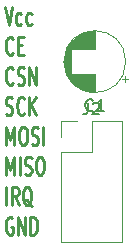
<source format=gto>
G04 #@! TF.GenerationSoftware,KiCad,Pcbnew,5.0.2+dfsg1-1~bpo9+1*
G04 #@! TF.CreationDate,2019-06-18T09:33:43+01:00*
G04 #@! TF.ProjectId,nrf24l01,6e726632-346c-4303-912e-6b696361645f,rev?*
G04 #@! TF.SameCoordinates,Original*
G04 #@! TF.FileFunction,Legend,Top*
G04 #@! TF.FilePolarity,Positive*
%FSLAX46Y46*%
G04 Gerber Fmt 4.6, Leading zero omitted, Abs format (unit mm)*
G04 Created by KiCad (PCBNEW 5.0.2+dfsg1-1~bpo9+1) date Tue 18 Jun 2019 09:33:43 IST*
%MOMM*%
%LPD*%
G01*
G04 APERTURE LIST*
%ADD10C,0.250000*%
%ADD11C,0.120000*%
%ADD12C,0.150000*%
G04 APERTURE END LIST*
D10*
X130464404Y-74180000D02*
X130369166Y-74108571D01*
X130226309Y-74108571D01*
X130083452Y-74180000D01*
X129988214Y-74322857D01*
X129940595Y-74465714D01*
X129892976Y-74751428D01*
X129892976Y-74965714D01*
X129940595Y-75251428D01*
X129988214Y-75394285D01*
X130083452Y-75537142D01*
X130226309Y-75608571D01*
X130321547Y-75608571D01*
X130464404Y-75537142D01*
X130512023Y-75465714D01*
X130512023Y-74965714D01*
X130321547Y-74965714D01*
X130940595Y-75608571D02*
X130940595Y-74108571D01*
X131512023Y-75608571D01*
X131512023Y-74108571D01*
X131988214Y-75608571D02*
X131988214Y-74108571D01*
X132226309Y-74108571D01*
X132369166Y-74180000D01*
X132464404Y-74322857D01*
X132512023Y-74465714D01*
X132559642Y-74751428D01*
X132559642Y-74965714D01*
X132512023Y-75251428D01*
X132464404Y-75394285D01*
X132369166Y-75537142D01*
X132226309Y-75608571D01*
X131988214Y-75608571D01*
X129940595Y-73068571D02*
X129940595Y-71568571D01*
X130988214Y-73068571D02*
X130654880Y-72354285D01*
X130416785Y-73068571D02*
X130416785Y-71568571D01*
X130797738Y-71568571D01*
X130892976Y-71640000D01*
X130940595Y-71711428D01*
X130988214Y-71854285D01*
X130988214Y-72068571D01*
X130940595Y-72211428D01*
X130892976Y-72282857D01*
X130797738Y-72354285D01*
X130416785Y-72354285D01*
X132083452Y-73211428D02*
X131988214Y-73140000D01*
X131892976Y-72997142D01*
X131750119Y-72782857D01*
X131654880Y-72711428D01*
X131559642Y-72711428D01*
X131607261Y-73068571D02*
X131512023Y-72997142D01*
X131416785Y-72854285D01*
X131369166Y-72568571D01*
X131369166Y-72068571D01*
X131416785Y-71782857D01*
X131512023Y-71640000D01*
X131607261Y-71568571D01*
X131797738Y-71568571D01*
X131892976Y-71640000D01*
X131988214Y-71782857D01*
X132035833Y-72068571D01*
X132035833Y-72568571D01*
X131988214Y-72854285D01*
X131892976Y-72997142D01*
X131797738Y-73068571D01*
X131607261Y-73068571D01*
X129940595Y-70528571D02*
X129940595Y-69028571D01*
X130273928Y-70100000D01*
X130607261Y-69028571D01*
X130607261Y-70528571D01*
X131083452Y-70528571D02*
X131083452Y-69028571D01*
X131512023Y-70457142D02*
X131654880Y-70528571D01*
X131892976Y-70528571D01*
X131988214Y-70457142D01*
X132035833Y-70385714D01*
X132083452Y-70242857D01*
X132083452Y-70100000D01*
X132035833Y-69957142D01*
X131988214Y-69885714D01*
X131892976Y-69814285D01*
X131702500Y-69742857D01*
X131607261Y-69671428D01*
X131559642Y-69600000D01*
X131512023Y-69457142D01*
X131512023Y-69314285D01*
X131559642Y-69171428D01*
X131607261Y-69100000D01*
X131702500Y-69028571D01*
X131940595Y-69028571D01*
X132083452Y-69100000D01*
X132702500Y-69028571D02*
X132892976Y-69028571D01*
X132988214Y-69100000D01*
X133083452Y-69242857D01*
X133131071Y-69528571D01*
X133131071Y-70028571D01*
X133083452Y-70314285D01*
X132988214Y-70457142D01*
X132892976Y-70528571D01*
X132702500Y-70528571D01*
X132607261Y-70457142D01*
X132512023Y-70314285D01*
X132464404Y-70028571D01*
X132464404Y-69528571D01*
X132512023Y-69242857D01*
X132607261Y-69100000D01*
X132702500Y-69028571D01*
X129940595Y-67988571D02*
X129940595Y-66488571D01*
X130273928Y-67560000D01*
X130607261Y-66488571D01*
X130607261Y-67988571D01*
X131273928Y-66488571D02*
X131464404Y-66488571D01*
X131559642Y-66560000D01*
X131654880Y-66702857D01*
X131702500Y-66988571D01*
X131702500Y-67488571D01*
X131654880Y-67774285D01*
X131559642Y-67917142D01*
X131464404Y-67988571D01*
X131273928Y-67988571D01*
X131178690Y-67917142D01*
X131083452Y-67774285D01*
X131035833Y-67488571D01*
X131035833Y-66988571D01*
X131083452Y-66702857D01*
X131178690Y-66560000D01*
X131273928Y-66488571D01*
X132083452Y-67917142D02*
X132226309Y-67988571D01*
X132464404Y-67988571D01*
X132559642Y-67917142D01*
X132607261Y-67845714D01*
X132654880Y-67702857D01*
X132654880Y-67560000D01*
X132607261Y-67417142D01*
X132559642Y-67345714D01*
X132464404Y-67274285D01*
X132273928Y-67202857D01*
X132178690Y-67131428D01*
X132131071Y-67060000D01*
X132083452Y-66917142D01*
X132083452Y-66774285D01*
X132131071Y-66631428D01*
X132178690Y-66560000D01*
X132273928Y-66488571D01*
X132512023Y-66488571D01*
X132654880Y-66560000D01*
X133083452Y-67988571D02*
X133083452Y-66488571D01*
X129892976Y-65377142D02*
X130035833Y-65448571D01*
X130273928Y-65448571D01*
X130369166Y-65377142D01*
X130416785Y-65305714D01*
X130464404Y-65162857D01*
X130464404Y-65020000D01*
X130416785Y-64877142D01*
X130369166Y-64805714D01*
X130273928Y-64734285D01*
X130083452Y-64662857D01*
X129988214Y-64591428D01*
X129940595Y-64520000D01*
X129892976Y-64377142D01*
X129892976Y-64234285D01*
X129940595Y-64091428D01*
X129988214Y-64020000D01*
X130083452Y-63948571D01*
X130321547Y-63948571D01*
X130464404Y-64020000D01*
X131464404Y-65305714D02*
X131416785Y-65377142D01*
X131273928Y-65448571D01*
X131178690Y-65448571D01*
X131035833Y-65377142D01*
X130940595Y-65234285D01*
X130892976Y-65091428D01*
X130845357Y-64805714D01*
X130845357Y-64591428D01*
X130892976Y-64305714D01*
X130940595Y-64162857D01*
X131035833Y-64020000D01*
X131178690Y-63948571D01*
X131273928Y-63948571D01*
X131416785Y-64020000D01*
X131464404Y-64091428D01*
X131892976Y-65448571D02*
X131892976Y-63948571D01*
X132464404Y-65448571D02*
X132035833Y-64591428D01*
X132464404Y-63948571D02*
X131892976Y-64805714D01*
X130512023Y-62765714D02*
X130464404Y-62837142D01*
X130321547Y-62908571D01*
X130226309Y-62908571D01*
X130083452Y-62837142D01*
X129988214Y-62694285D01*
X129940595Y-62551428D01*
X129892976Y-62265714D01*
X129892976Y-62051428D01*
X129940595Y-61765714D01*
X129988214Y-61622857D01*
X130083452Y-61480000D01*
X130226309Y-61408571D01*
X130321547Y-61408571D01*
X130464404Y-61480000D01*
X130512023Y-61551428D01*
X130892976Y-62837142D02*
X131035833Y-62908571D01*
X131273928Y-62908571D01*
X131369166Y-62837142D01*
X131416785Y-62765714D01*
X131464404Y-62622857D01*
X131464404Y-62480000D01*
X131416785Y-62337142D01*
X131369166Y-62265714D01*
X131273928Y-62194285D01*
X131083452Y-62122857D01*
X130988214Y-62051428D01*
X130940595Y-61980000D01*
X130892976Y-61837142D01*
X130892976Y-61694285D01*
X130940595Y-61551428D01*
X130988214Y-61480000D01*
X131083452Y-61408571D01*
X131321547Y-61408571D01*
X131464404Y-61480000D01*
X131892976Y-62908571D02*
X131892976Y-61408571D01*
X132464404Y-62908571D01*
X132464404Y-61408571D01*
X130512023Y-60225714D02*
X130464404Y-60297142D01*
X130321547Y-60368571D01*
X130226309Y-60368571D01*
X130083452Y-60297142D01*
X129988214Y-60154285D01*
X129940595Y-60011428D01*
X129892976Y-59725714D01*
X129892976Y-59511428D01*
X129940595Y-59225714D01*
X129988214Y-59082857D01*
X130083452Y-58940000D01*
X130226309Y-58868571D01*
X130321547Y-58868571D01*
X130464404Y-58940000D01*
X130512023Y-59011428D01*
X130940595Y-59582857D02*
X131273928Y-59582857D01*
X131416785Y-60368571D02*
X130940595Y-60368571D01*
X130940595Y-58868571D01*
X131416785Y-58868571D01*
X129797738Y-56328571D02*
X130131071Y-57828571D01*
X130464404Y-56328571D01*
X131226309Y-57757142D02*
X131131071Y-57828571D01*
X130940595Y-57828571D01*
X130845357Y-57757142D01*
X130797738Y-57685714D01*
X130750119Y-57542857D01*
X130750119Y-57114285D01*
X130797738Y-56971428D01*
X130845357Y-56900000D01*
X130940595Y-56828571D01*
X131131071Y-56828571D01*
X131226309Y-56900000D01*
X132083452Y-57757142D02*
X131988214Y-57828571D01*
X131797738Y-57828571D01*
X131702500Y-57757142D01*
X131654880Y-57685714D01*
X131607261Y-57542857D01*
X131607261Y-57114285D01*
X131654880Y-56971428D01*
X131702500Y-56900000D01*
X131797738Y-56828571D01*
X131988214Y-56828571D01*
X132083452Y-56900000D01*
D11*
G04 #@! TO.C,C1*
X140050000Y-60960000D02*
G75*
G03X140050000Y-60960000I-2620000J0D01*
G01*
X137430000Y-59920000D02*
X137430000Y-58380000D01*
X137430000Y-63540000D02*
X137430000Y-62000000D01*
X137390000Y-59920000D02*
X137390000Y-58380000D01*
X137390000Y-63540000D02*
X137390000Y-62000000D01*
X137350000Y-63539000D02*
X137350000Y-62000000D01*
X137350000Y-59920000D02*
X137350000Y-58381000D01*
X137310000Y-63538000D02*
X137310000Y-62000000D01*
X137310000Y-59920000D02*
X137310000Y-58382000D01*
X137270000Y-63536000D02*
X137270000Y-62000000D01*
X137270000Y-59920000D02*
X137270000Y-58384000D01*
X137230000Y-63533000D02*
X137230000Y-62000000D01*
X137230000Y-59920000D02*
X137230000Y-58387000D01*
X137190000Y-63529000D02*
X137190000Y-62000000D01*
X137190000Y-59920000D02*
X137190000Y-58391000D01*
X137150000Y-63525000D02*
X137150000Y-62000000D01*
X137150000Y-59920000D02*
X137150000Y-58395000D01*
X137110000Y-63521000D02*
X137110000Y-62000000D01*
X137110000Y-59920000D02*
X137110000Y-58399000D01*
X137070000Y-63516000D02*
X137070000Y-62000000D01*
X137070000Y-59920000D02*
X137070000Y-58404000D01*
X137030000Y-63510000D02*
X137030000Y-62000000D01*
X137030000Y-59920000D02*
X137030000Y-58410000D01*
X136990000Y-63503000D02*
X136990000Y-62000000D01*
X136990000Y-59920000D02*
X136990000Y-58417000D01*
X136950000Y-63496000D02*
X136950000Y-62000000D01*
X136950000Y-59920000D02*
X136950000Y-58424000D01*
X136910000Y-63488000D02*
X136910000Y-62000000D01*
X136910000Y-59920000D02*
X136910000Y-58432000D01*
X136870000Y-63480000D02*
X136870000Y-62000000D01*
X136870000Y-59920000D02*
X136870000Y-58440000D01*
X136830000Y-63471000D02*
X136830000Y-62000000D01*
X136830000Y-59920000D02*
X136830000Y-58449000D01*
X136790000Y-63461000D02*
X136790000Y-62000000D01*
X136790000Y-59920000D02*
X136790000Y-58459000D01*
X136750000Y-63451000D02*
X136750000Y-62000000D01*
X136750000Y-59920000D02*
X136750000Y-58469000D01*
X136709000Y-63440000D02*
X136709000Y-62000000D01*
X136709000Y-59920000D02*
X136709000Y-58480000D01*
X136669000Y-63428000D02*
X136669000Y-62000000D01*
X136669000Y-59920000D02*
X136669000Y-58492000D01*
X136629000Y-63415000D02*
X136629000Y-62000000D01*
X136629000Y-59920000D02*
X136629000Y-58505000D01*
X136589000Y-63402000D02*
X136589000Y-62000000D01*
X136589000Y-59920000D02*
X136589000Y-58518000D01*
X136549000Y-63388000D02*
X136549000Y-62000000D01*
X136549000Y-59920000D02*
X136549000Y-58532000D01*
X136509000Y-63374000D02*
X136509000Y-62000000D01*
X136509000Y-59920000D02*
X136509000Y-58546000D01*
X136469000Y-63358000D02*
X136469000Y-62000000D01*
X136469000Y-59920000D02*
X136469000Y-58562000D01*
X136429000Y-63342000D02*
X136429000Y-62000000D01*
X136429000Y-59920000D02*
X136429000Y-58578000D01*
X136389000Y-63325000D02*
X136389000Y-62000000D01*
X136389000Y-59920000D02*
X136389000Y-58595000D01*
X136349000Y-63308000D02*
X136349000Y-62000000D01*
X136349000Y-59920000D02*
X136349000Y-58612000D01*
X136309000Y-63289000D02*
X136309000Y-62000000D01*
X136309000Y-59920000D02*
X136309000Y-58631000D01*
X136269000Y-63270000D02*
X136269000Y-62000000D01*
X136269000Y-59920000D02*
X136269000Y-58650000D01*
X136229000Y-63250000D02*
X136229000Y-62000000D01*
X136229000Y-59920000D02*
X136229000Y-58670000D01*
X136189000Y-63228000D02*
X136189000Y-62000000D01*
X136189000Y-59920000D02*
X136189000Y-58692000D01*
X136149000Y-63207000D02*
X136149000Y-62000000D01*
X136149000Y-59920000D02*
X136149000Y-58713000D01*
X136109000Y-63184000D02*
X136109000Y-62000000D01*
X136109000Y-59920000D02*
X136109000Y-58736000D01*
X136069000Y-63160000D02*
X136069000Y-62000000D01*
X136069000Y-59920000D02*
X136069000Y-58760000D01*
X136029000Y-63135000D02*
X136029000Y-62000000D01*
X136029000Y-59920000D02*
X136029000Y-58785000D01*
X135989000Y-63109000D02*
X135989000Y-62000000D01*
X135989000Y-59920000D02*
X135989000Y-58811000D01*
X135949000Y-63082000D02*
X135949000Y-62000000D01*
X135949000Y-59920000D02*
X135949000Y-58838000D01*
X135909000Y-63055000D02*
X135909000Y-62000000D01*
X135909000Y-59920000D02*
X135909000Y-58865000D01*
X135869000Y-63025000D02*
X135869000Y-62000000D01*
X135869000Y-59920000D02*
X135869000Y-58895000D01*
X135829000Y-62995000D02*
X135829000Y-62000000D01*
X135829000Y-59920000D02*
X135829000Y-58925000D01*
X135789000Y-62964000D02*
X135789000Y-62000000D01*
X135789000Y-59920000D02*
X135789000Y-58956000D01*
X135749000Y-62931000D02*
X135749000Y-62000000D01*
X135749000Y-59920000D02*
X135749000Y-58989000D01*
X135709000Y-62897000D02*
X135709000Y-62000000D01*
X135709000Y-59920000D02*
X135709000Y-59023000D01*
X135669000Y-62861000D02*
X135669000Y-62000000D01*
X135669000Y-59920000D02*
X135669000Y-59059000D01*
X135629000Y-62824000D02*
X135629000Y-62000000D01*
X135629000Y-59920000D02*
X135629000Y-59096000D01*
X135589000Y-62786000D02*
X135589000Y-62000000D01*
X135589000Y-59920000D02*
X135589000Y-59134000D01*
X135549000Y-62745000D02*
X135549000Y-62000000D01*
X135549000Y-59920000D02*
X135549000Y-59175000D01*
X135509000Y-62703000D02*
X135509000Y-62000000D01*
X135509000Y-59920000D02*
X135509000Y-59217000D01*
X135469000Y-62659000D02*
X135469000Y-62000000D01*
X135469000Y-59920000D02*
X135469000Y-59261000D01*
X135429000Y-62613000D02*
X135429000Y-62000000D01*
X135429000Y-59920000D02*
X135429000Y-59307000D01*
X135389000Y-62565000D02*
X135389000Y-59355000D01*
X135349000Y-62514000D02*
X135349000Y-59406000D01*
X135309000Y-62460000D02*
X135309000Y-59460000D01*
X135269000Y-62403000D02*
X135269000Y-59517000D01*
X135229000Y-62343000D02*
X135229000Y-59577000D01*
X135189000Y-62279000D02*
X135189000Y-59641000D01*
X135149000Y-62211000D02*
X135149000Y-59709000D01*
X135109000Y-62138000D02*
X135109000Y-59782000D01*
X135069000Y-62058000D02*
X135069000Y-59862000D01*
X135029000Y-61971000D02*
X135029000Y-59949000D01*
X134989000Y-61875000D02*
X134989000Y-60045000D01*
X134949000Y-61765000D02*
X134949000Y-60155000D01*
X134909000Y-61637000D02*
X134909000Y-60283000D01*
X134869000Y-61478000D02*
X134869000Y-60442000D01*
X134829000Y-61244000D02*
X134829000Y-60676000D01*
X140234775Y-62435000D02*
X139734775Y-62435000D01*
X139984775Y-62685000D02*
X139984775Y-62185000D01*
G04 #@! TO.C,J2*
X134560000Y-76260000D02*
X139760000Y-76260000D01*
X134560000Y-68580000D02*
X134560000Y-76260000D01*
X139760000Y-65980000D02*
X139760000Y-76260000D01*
X134560000Y-68580000D02*
X137160000Y-68580000D01*
X137160000Y-68580000D02*
X137160000Y-65980000D01*
X137160000Y-65980000D02*
X139760000Y-65980000D01*
X134560000Y-67310000D02*
X134560000Y-65980000D01*
X134560000Y-65980000D02*
X135890000Y-65980000D01*
G04 #@! TO.C,C1*
D12*
X137263333Y-65067142D02*
X137215714Y-65114761D01*
X137072857Y-65162380D01*
X136977619Y-65162380D01*
X136834761Y-65114761D01*
X136739523Y-65019523D01*
X136691904Y-64924285D01*
X136644285Y-64733809D01*
X136644285Y-64590952D01*
X136691904Y-64400476D01*
X136739523Y-64305238D01*
X136834761Y-64210000D01*
X136977619Y-64162380D01*
X137072857Y-64162380D01*
X137215714Y-64210000D01*
X137263333Y-64257619D01*
X138215714Y-65162380D02*
X137644285Y-65162380D01*
X137930000Y-65162380D02*
X137930000Y-64162380D01*
X137834761Y-64305238D01*
X137739523Y-64400476D01*
X137644285Y-64448095D01*
G04 #@! TO.C,J2*
X136826666Y-64432380D02*
X136826666Y-65146666D01*
X136779047Y-65289523D01*
X136683809Y-65384761D01*
X136540952Y-65432380D01*
X136445714Y-65432380D01*
X137255238Y-64527619D02*
X137302857Y-64480000D01*
X137398095Y-64432380D01*
X137636190Y-64432380D01*
X137731428Y-64480000D01*
X137779047Y-64527619D01*
X137826666Y-64622857D01*
X137826666Y-64718095D01*
X137779047Y-64860952D01*
X137207619Y-65432380D01*
X137826666Y-65432380D01*
G04 #@! TD*
M02*

</source>
